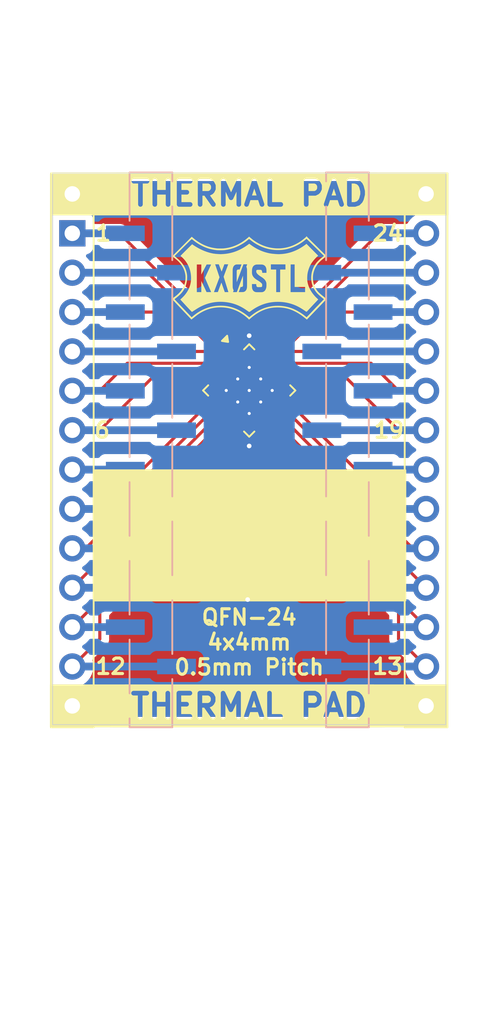
<source format=kicad_pcb>
(kicad_pcb (version 20241229) (generator "pcbnew") (generator_version "9.0")
  (layers (0 "F.Cu" signal) (2 "B.Cu" signal) (13 "F.Paste" user) (15 "B.Paste" user) (5 "F.SilkS" user "F.Silkscreen") (7 "B.SilkS" user "B.Silkscreen") (1 "F.Mask" user) (3 "B.Mask" user) (25 "Edge.Cuts" user))
  (net 0 "")
  (net 1 "/10")
  (net 2 "/3")
  (net 3 "/6")
  (net 4 "/8")
  (net 5 "/1")
  (net 6 "/7")
  (net 7 "/2")
  (net 8 "/24")
  (net 9 "/23")
  (net 10 "/19")
  (net 11 "/20")
  (net 12 "/18")
  (net 13 "/9")
  (net 14 "/14")
  (net 15 "/21")
  (net 16 "/16")
  (net 17 "/15")
  (net 18 "/25")
  (net 19 "/17")
  (net 20 "/5")
  (net 21 "/4")
  (net 22 "/13")
  (net 23 "/12")
  (net 24 "/11")
  (net 25 "/22")
  (footprint "Package_DFN_QFN:QFN-24-1EP_4x4mm_P0.5mm_EP2.6x2.6mm_ThermalVias" (layer "F.Cu") (at 123.19158 108.942018 -45)
    (property "Reference" "U101" (hide yes))
    (property "Value" "QFN-28")
    (pad "1" smd roundrect (at -2.2375 -1.25 315) (size 1.2 0.25) (layers "F.Cu" "F.Mask" "F.Paste") (net 5 "/1"))
    (pad "2" smd roundrect (at -2.237499 -0.75 315) (size 1.2 0.25) (layers "F.Cu" "F.Mask" "F.Paste") (net 7 "/2"))
    (pad "3" smd roundrect (at -2.2375 -0.25 315) (size 1.2 0.25) (layers "F.Cu" "F.Mask" "F.Paste") (net 2 "/3"))
    (pad "4" smd roundrect (at -2.2375 0.25 315) (size 1.2 0.25) (layers "F.Cu" "F.Mask" "F.Paste") (net 21 "/4"))
    (pad "5" smd roundrect (at -2.237499 0.75 315) (size 1.2 0.25) (layers "F.Cu" "F.Mask" "F.Paste") (net 20 "/5"))
    (pad "6" smd roundrect (at -2.2375 1.25 315) (size 1.2 0.25) (layers "F.Cu" "F.Mask" "F.Paste") (net 3 "/6"))
    (pad "7" smd roundrect (at -1.25 2.2375 315) (size 0.25 1.2) (layers "F.Cu" "F.Mask" "F.Paste") (net 6 "/7"))
    (pad "8" smd roundrect (at -0.75 2.237499 315) (size 0.25 1.2) (layers "F.Cu" "F.Mask" "F.Paste") (net 4 "/8"))
    (pad "9" smd roundrect (at -0.25 2.2375 315) (size 0.25 1.2) (layers "F.Cu" "F.Mask" "F.Paste") (net 13 "/9"))
    (pad "10" smd roundrect (at 0.25 2.2375 315) (size 0.25 1.2) (layers "F.Cu" "F.Mask" "F.Paste") (net 1 "/10"))
    (pad "11" smd roundrect (at 0.75 2.237499 315) (size 0.25 1.2) (layers "F.Cu" "F.Mask" "F.Paste") (net 24 "/11"))
    (pad "12" smd roundrect (at 1.25 2.2375 315) (size 0.25 1.2) (layers "F.Cu" "F.Mask" "F.Paste") (net 23 "/12"))
    (pad "13" smd roundrect (at 2.2375 1.25 315) (size 1.2 0.25) (layers "F.Cu" "F.Mask" "F.Paste") (net 22 "/13"))
    (pad "14" smd roundrect (at 2.237499 0.75 315) (size 1.2 0.25) (layers "F.Cu" "F.Mask" "F.Paste") (net 14 "/14"))
    (pad "15" smd roundrect (at 2.2375 0.25 315) (size 1.2 0.25) (layers "F.Cu" "F.Mask" "F.Paste") (net 17 "/15"))
    (pad "16" smd roundrect (at 2.2375 -0.25 315) (size 1.2 0.25) (layers "F.Cu" "F.Mask" "F.Paste") (net 16 "/16"))
    (pad "17" smd roundrect (at 2.237499 -0.75 315) (size 1.2 0.25) (layers "F.Cu" "F.Mask" "F.Paste") (net 19 "/17"))
    (pad "18" smd roundrect (at 2.2375 -1.25 315) (size 1.2 0.25) (layers "F.Cu" "F.Mask" "F.Paste") (net 12 "/18"))
    (pad "19" smd roundrect (at 1.25 -2.2375 315) (size 0.25 1.2) (layers "F.Cu" "F.Mask" "F.Paste") (net 10 "/19"))
    (pad "20" smd roundrect (at 0.75 -2.237499 315) (size 0.25 1.2) (layers "F.Cu" "F.Mask" "F.Paste") (net 11 "/20"))
    (pad "21" smd roundrect (at 0.25 -2.2375 315) (size 0.25 1.2) (layers "F.Cu" "F.Mask" "F.Paste") (net 15 "/21"))
    (pad "22" smd roundrect (at -0.25 -2.2375 315) (size 0.25 1.2) (layers "F.Cu" "F.Mask" "F.Paste") (net 25 "/22"))
    (pad "23" smd roundrect (at -0.75 -2.237499 315) (size 0.25 1.2) (layers "F.Cu" "F.Mask" "F.Paste") (net 9 "/23"))
    (pad "24" smd roundrect (at -1.25 -2.2375 315) (size 0.25 1.2) (layers "F.Cu" "F.Mask" "F.Paste") (net 8 "/24"))
    (pad "25" thru_hole circle (at -1.05 -1.05 315) (size 0.5 0.5) (drill 0.2) (property pad_prop_heatsink) (layers "*.Cu") (net 18 "/25"))
    (pad "25" thru_hole circle (at -1.05 0 315) (size 0.5 0.5) (drill 0.2) (property pad_prop_heatsink) (layers "*.Cu") (net 18 "/25"))
    (pad "25" thru_hole circle (at -1.05 1.05 315) (size 0.5 0.5) (drill 0.2) (property pad_prop_heatsink) (layers "*.Cu") (net 18 "/25"))
    (pad "25" thru_hole circle (at 0 -1.05 315) (size 0.5 0.5) (drill 0.2) (property pad_prop_heatsink) (layers "*.Cu") (net 18 "/25"))
    (pad "25" thru_hole circle (at 0 0 315) (size 0.5 0.5) (drill 0.2) (property pad_prop_heatsink) (layers "*.Cu") (net 18 "/25"))
    (pad "25" smd rect (at 0 0 315) (size 2.6 2.6) (property pad_prop_heatsink) (layers "F.Cu" "F.Mask") (net 18 "/25"))
    (pad "25" smd rect (at 0 0 315) (size 2.6 2.6) (property pad_prop_heatsink) (layers "B.Cu") (net 18 "/25"))
    (pad "25" thru_hole circle (at 0 1.05 315) (size 0.5 0.5) (drill 0.2) (property pad_prop_heatsink) (layers "*.Cu") (net 18 "/25"))
    (pad "25" thru_hole circle (at 1.05 -1.05 315) (size 0.5 0.5) (drill 0.2) (property pad_prop_heatsink) (layers "*.Cu") (net 18 "/25"))
    (pad "25" thru_hole circle (at 1.05 0 315) (size 0.5 0.5) (drill 0.2) (property pad_prop_heatsink) (layers "*.Cu") (net 18 "/25"))
    (pad "25" thru_hole circle (at 1.05 1.05 315) (size 0.5 0.5) (drill 0.2) (property pad_prop_heatsink) (layers "*.Cu") (net 18 "/25"))
  )
  (footprint "libraries:Logo_10mm_inv" (layer "F.Cu") (at 123.19 101.687806)
    (property "Reference" "G***" (hide yes))
    (property "Value" "LOGO" (hide yes))
  )
  (footprint "Connector_PinHeader_2.54mm:PinHeader_1x14_P2.54mm_Vertical" (layer "F.Cu") (at 111.76 96.266)
    (property "Reference" "J101" (hide yes))
    (property "Value" "Conn_01x26")
    (pad "1" thru_hole circle (at 0 0) (size 1.7 1.7) (drill 1) (layers "*.Cu" "*.Mask") (net 18 "/25"))
    (pad "2" thru_hole rect (at 0 2.54) (size 1.7 1.7) (drill 1) (layers "*.Cu" "*.Mask") (net 5 "/1"))
    (pad "3" thru_hole circle (at 0 5.08) (size 1.7 1.7) (drill 1) (layers "*.Cu" "*.Mask") (net 7 "/2"))
    (pad "4" thru_hole circle (at 0 7.62) (size 1.7 1.7) (drill 1) (layers "*.Cu" "*.Mask") (net 2 "/3"))
    (pad "5" thru_hole circle (at 0 10.16) (size 1.7 1.7) (drill 1) (layers "*.Cu" "*.Mask") (net 21 "/4"))
    (pad "6" thru_hole circle (at 0 12.7) (size 1.7 1.7) (drill 1) (layers "*.Cu" "*.Mask") (net 20 "/5"))
    (pad "7" thru_hole circle (at 0 15.24) (size 1.7 1.7) (drill 1) (layers "*.Cu" "*.Mask") (net 3 "/6"))
    (pad "8" thru_hole circle (at 0 17.78) (size 1.7 1.7) (drill 1) (layers "*.Cu" "*.Mask") (net 6 "/7"))
    (pad "9" thru_hole circle (at 0 20.32) (size 1.7 1.7) (drill 1) (layers "*.Cu" "*.Mask") (net 4 "/8"))
    (pad "10" thru_hole circle (at 0 22.86) (size 1.7 1.7) (drill 1) (layers "*.Cu" "*.Mask") (net 13 "/9"))
    (pad "11" thru_hole circle (at 0 25.4) (size 1.7 1.7) (drill 1) (layers "*.Cu" "*.Mask") (net 1 "/10"))
    (pad "12" thru_hole circle (at 0 27.94) (size 1.7 1.7) (drill 1) (layers "*.Cu" "*.Mask") (net 24 "/11"))
    (pad "13" thru_hole circle (at 0 30.48) (size 1.7 1.7) (drill 1) (layers "*.Cu" "*.Mask") (net 23 "/12"))
    (pad "14" thru_hole circle (at 0 33.02) (size 1.7 1.7) (drill 1) (layers "*.Cu" "*.Mask") (net 18 "/25"))
  )
  (footprint "Connector_PinHeader_2.54mm:PinHeader_1x14_P2.54mm_Vertical" (layer "F.Cu") (at 134.62 96.266)
    (property "Reference" "J102" (hide yes))
    (property "Value" "Conn_01x26")
    (pad "1" thru_hole circle (at 0 0) (size 1.7 1.7) (drill 1) (layers "*.Cu" "*.Mask") (net 18 "/25"))
    (pad "2" thru_hole circle (at 0 2.54) (size 1.7 1.7) (drill 1) (layers "*.Cu" "*.Mask") (net 8 "/24"))
    (pad "3" thru_hole circle (at 0 5.08) (size 1.7 1.7) (drill 1) (layers "*.Cu" "*.Mask") (net 9 "/23"))
    (pad "4" thru_hole circle (at 0 7.62) (size 1.7 1.7) (drill 1) (layers "*.Cu" "*.Mask") (net 25 "/22"))
    (pad "5" thru_hole circle (at 0 10.16) (size 1.7 1.7) (drill 1) (layers "*.Cu" "*.Mask") (net 15 "/21"))
    (pad "6" thru_hole circle (at 0 12.7) (size 1.7 1.7) (drill 1) (layers "*.Cu" "*.Mask") (net 11 "/20"))
    (pad "7" thru_hole circle (at 0 15.24) (size 1.7 1.7) (drill 1) (layers "*.Cu" "*.Mask") (net 10 "/19"))
    (pad "8" thru_hole circle (at 0 17.78) (size 1.7 1.7) (drill 1) (layers "*.Cu" "*.Mask") (net 12 "/18"))
    (pad "9" thru_hole circle (at 0 20.32) (size 1.7 1.7) (drill 1) (layers "*.Cu" "*.Mask") (net 19 "/17"))
    (pad "10" thru_hole circle (at 0 22.86) (size 1.7 1.7) (drill 1) (layers "*.Cu" "*.Mask") (net 16 "/16"))
    (pad "11" thru_hole circle (at 0 25.4) (size 1.7 1.7) (drill 1) (layers "*.Cu" "*.Mask") (net 17 "/15"))
    (pad "12" thru_hole circle (at 0 27.94) (size 1.7 1.7) (drill 1) (layers "*.Cu" "*.Mask") (net 14 "/14"))
    (pad "13" thru_hole circle (at 0 30.48) (size 1.7 1.7) (drill 1) (layers "*.Cu" "*.Mask") (net 22 "/13"))
    (pad "14" thru_hole circle (at 0 33.02) (size 1.7 1.7) (drill 1) (layers "*.Cu" "*.Mask") (net 18 "/25"))
  )
  (footprint "Connector_PinHeader_2.54mm:PinHeader_1x14_P2.54mm_Vertical_SMD_Pin1Left" (layer "B.Cu") (at 116.84 112.776 180)
    (property "Reference" "J103" (hide yes))
    (property "Value" "Conn_01x26")
    (pad "1" smd rect (at -1.655 16.51 180) (size 2.51 1) (layers "B.Cu" "B.Mask" "B.Paste") (net 18 "/25"))
    (pad "2" smd rect (at 1.655 13.97 180) (size 2.51 1) (layers "B.Cu" "B.Mask" "B.Paste") (net 5 "/1"))
    (pad "3" smd rect (at -1.655 11.43 180) (size 2.51 1) (layers "B.Cu" "B.Mask" "B.Paste") (net 7 "/2"))
    (pad "4" smd rect (at 1.655 8.89 180) (size 2.51 1) (layers "B.Cu" "B.Mask" "B.Paste") (net 2 "/3"))
    (pad "5" smd rect (at -1.655 6.35 180) (size 2.51 1) (layers "B.Cu" "B.Mask" "B.Paste") (net 21 "/4"))
    (pad "6" smd rect (at 1.655 3.81 180) (size 2.51 1) (layers "B.Cu" "B.Mask" "B.Paste") (net 20 "/5"))
    (pad "7" smd rect (at -1.655 1.27 180) (size 2.51 1) (layers "B.Cu" "B.Mask" "B.Paste") (net 3 "/6"))
    (pad "8" smd rect (at 1.655 -1.27 180) (size 2.51 1) (layers "B.Cu" "B.Mask" "B.Paste") (net 6 "/7"))
    (pad "9" smd rect (at -1.655 -3.81 180) (size 2.51 1) (layers "B.Cu" "B.Mask" "B.Paste") (net 4 "/8"))
    (pad "10" smd rect (at 1.655 -6.35 180) (size 2.51 1) (layers "B.Cu" "B.Mask" "B.Paste") (net 13 "/9"))
    (pad "11" smd rect (at -1.655 -8.89 180) (size 2.51 1) (layers "B.Cu" "B.Mask" "B.Paste") (net 1 "/10"))
    (pad "12" smd rect (at 1.655 -11.43 180) (size 2.51 1) (layers "B.Cu" "B.Mask" "B.Paste") (net 24 "/11"))
    (pad "13" smd rect (at -1.655 -13.97 180) (size 2.51 1) (layers "B.Cu" "B.Mask" "B.Paste") (net 23 "/12"))
    (pad "14" smd rect (at 1.655 -16.51 180) (size 2.51 1) (layers "B.Cu" "B.Mask" "B.Paste") (net 18 "/25"))
  )
  (footprint "Connector_PinHeader_2.54mm:PinHeader_1x14_P2.54mm_Vertical_SMD_Pin1Right" (layer "B.Cu") (at 129.54 112.776 180)
    (property "Reference" "J104" (hide yes))
    (property "Value" "Conn_01x26")
    (pad "1" smd rect (at 1.655 16.51 180) (size 2.51 1) (layers "B.Cu" "B.Mask" "B.Paste") (net 18 "/25"))
    (pad "2" smd rect (at -1.655 13.97 180) (size 2.51 1) (layers "B.Cu" "B.Mask" "B.Paste") (net 8 "/24"))
    (pad "3" smd rect (at 1.655 11.43 180) (size 2.51 1) (layers "B.Cu" "B.Mask" "B.Paste") (net 9 "/23"))
    (pad "4" smd rect (at -1.655 8.89 180) (size 2.51 1) (layers "B.Cu" "B.Mask" "B.Paste") (net 25 "/22"))
    (pad "5" smd rect (at 1.655 6.35 180) (size 2.51 1) (layers "B.Cu" "B.Mask" "B.Paste") (net 15 "/21"))
    (pad "6" smd rect (at -1.655 3.81 180) (size 2.51 1) (layers "B.Cu" "B.Mask" "B.Paste") (net 11 "/20"))
    (pad "7" smd rect (at 1.655 1.27 180) (size 2.51 1) (layers "B.Cu" "B.Mask" "B.Paste") (net 10 "/19"))
    (pad "8" smd rect (at -1.655 -1.27 180) (size 2.51 1) (layers "B.Cu" "B.Mask" "B.Paste") (net 12 "/18"))
    (pad "9" smd rect (at 1.655 -3.81 180) (size 2.51 1) (layers "B.Cu" "B.Mask" "B.Paste") (net 19 "/17"))
    (pad "10" smd rect (at -1.655 -6.35 180) (size 2.51 1) (layers "B.Cu" "B.Mask" "B.Paste") (net 16 "/16"))
    (pad "11" smd rect (at 1.655 -8.89 180) (size 2.51 1) (layers "B.Cu" "B.Mask" "B.Paste") (net 17 "/15"))
    (pad "12" smd rect (at -1.655 -11.43 180) (size 2.51 1) (layers "B.Cu" "B.Mask" "B.Paste") (net 14 "/14"))
    (pad "13" smd rect (at 1.655 -13.97 180) (size 2.51 1) (layers "B.Cu" "B.Mask" "B.Paste") (net 22 "/13"))
    (pad "14" smd rect (at -1.655 -16.51 180) (size 2.51 1) (layers "B.Cu" "B.Mask" "B.Paste") (net 18 "/25"))
  )
  (gr_rect (start 110.363 127.952375) (end 115.443 130.619625) (stroke (width 0.1)) (fill yes) (layer "F.SilkS"))
  (gr_rect (start 115.14675 97.193225) (end 130.9455 97.599625) (stroke (width 0.1)) (fill yes) (layer "F.SilkS"))
  (gr_rect (start 130.8015 127.952375) (end 136 130.619625) (stroke (width 0.1)) (fill yes) (layer "F.SilkS"))
  (gr_rect (start 114.5625 94.932375) (end 131.50425 95.160975) (stroke (width 0.1)) (fill yes) (layer "F.SilkS"))
  (gr_rect (start 115.1805 127.952375) (end 131.23325 128.180725) (stroke (width 0.1)) (fill yes) (layer "F.SilkS"))
  (gr_rect (start 113.224164 114.081238) (end 133.290164 122.496698) (stroke (width 0.1)) (fill yes) (layer "F.SilkS"))
  (gr_rect (start 114.24075 130.213225) (end 131.9445 130.619625) (stroke (width 0.1)) (fill yes) (layer "F.SilkS"))
  (gr_rect (start 110.38 94.932375) (end 115.46 97.599625) (stroke (width 0.1)) (fill yes) (layer "F.SilkS"))
  (gr_rect (start 130.83125 94.932375) (end 136.017 97.599625) (stroke (width 0.1)) (fill yes) (layer "F.SilkS"))
  (gr_rect (start 110.49 94.93423) (end 135.89 130.49423) (stroke (width 0.05)) (fill no) (layer "Edge.Cuts"))
  (gr_text "24" (at 133.223 98.806 0) (layer "F.SilkS") (effects (font (size 1 1) (thickness 0.2) (bold yes)) (justify right)))
  (gr_text "12" (at 113.157 126.746 0) (layer "F.SilkS") (effects (font (size 1 1) (thickness 0.2) (bold yes)) (justify left)))
  (gr_text "6" (at 113.08 111.506 0) (layer "F.SilkS") (effects (font (size 1 1) (thickness 0.2) (bold yes)) (justify left)))
  (gr_text "QFN-24\n4x4mm\n0.5mm Pitch" (at 123.19 127.374247 0) (layer "F.SilkS") (effects (font (size 1 1) (thickness 0.2) (bold yes)) (justify bottom)))
  (gr_text "THERMAL PAD" (at 123.1815 129.286 0) (layer "F.SilkS" knockout) (effects (font (size 1.5 1.5) (thickness 0.3))))
  (gr_text "THERMAL PAD" (at 123.1985 96.266 0) (layer "F.SilkS" knockout) (effects (font (size 1.5 1.5) (thickness 0.3))))
  (gr_text "19" (at 133.31 111.506 0) (layer "F.SilkS") (effects (font (size 1 1) (thickness 0.2) (bold yes)) (justify right)))
  (gr_text "1" (at 113.157 98.806 0) (layer "F.SilkS") (effects (font (size 1 1) (thickness 0.2) (bold yes)) (justify left)))
  (gr_text "13" (at 133.223 126.746 0) (layer "F.SilkS") (effects (font (size 1 1) (thickness 0.2) (bold yes)) (justify right)))
  (segment (start 113.538 119.888) (end 111.76 121.666) (width 0.2) (layer "F.Cu") (net 1))
  (segment (start 121.762761 110.694689) (end 113.538 118.91945) (width 0.2) (layer "F.Cu") (net 1))
  (segment (start 113.538 118.91945) (end 113.538 119.888) (width 0.2) (layer "F.Cu") (net 1))
  (segment (start 118.495 121.666) (end 111.76 121.666) (width 0.5) (layer "B.Cu") (net 1))
  (segment (start 121.762761 107.176833) (end 118.471928 103.886) (width 0.2) (layer "F.Cu") (net 2))
  (segment (start 118.471928 103.886) (end 111.76 103.886) (width 0.2) (layer "F.Cu") (net 2))
  (segment (start 111.76 103.886) (end 115.185 103.886) (width 0.5) (layer "B.Cu") (net 2))
  (segment (start 113.538 111.506) (end 111.76 111.506) (width 0.2) (layer "F.Cu") (net 3))
  (segment (start 117.348 107.696) (end 113.538 111.506) (width 0.2) (layer "F.Cu") (net 3))
  (segment (start 120.160608 107.696) (end 117.348 107.696) (width 0.2) (layer "F.Cu") (net 3))
  (segment (start 120.702101 108.237493) (end 120.160608 107.696) (width 0.2) (layer "F.Cu") (net 3))
  (segment (start 118.495 111.506) (end 111.76 111.506) (width 0.5) (layer "B.Cu") (net 3))
  (segment (start 121.055655 109.987582) (end 114.457237 116.586) (width 0.2) (layer "F.Cu") (net 4))
  (segment (start 114.457237 116.586) (end 111.76 116.586) (width 0.2) (layer "F.Cu") (net 4))
  (segment (start 118.495 116.586) (end 111.76 116.586) (width 0.5) (layer "B.Cu") (net 4))
  (segment (start 114.806142 98.806) (end 111.76 98.806) (width 0.2) (layer "F.Cu") (net 5))
  (segment (start 122.469868 106.469726) (end 114.806142 98.806) (width 0.2) (layer "F.Cu") (net 5))
  (segment (start 111.76 98.806) (end 115.185 98.806) (width 0.5) (layer "B.Cu") (net 5))
  (segment (start 120.702101 109.634029) (end 116.29013 114.046) (width 0.2) (layer "F.Cu") (net 6))
  (segment (start 116.29013 114.046) (end 111.76 114.046) (width 0.2) (layer "F.Cu") (net 6))
  (segment (start 111.76 114.046) (end 115.185 114.046) (width 0.5) (layer "B.Cu") (net 6))
  (segment (start 116.639035 101.346) (end 111.76 101.346) (width 0.2) (layer "F.Cu") (net 7))
  (segment (start 122.116315 106.82328) (end 116.639035 101.346) (width 0.2) (layer "F.Cu") (net 7))
  (segment (start 118.495 101.346) (end 111.76 101.346) (width 0.5) (layer "B.Cu") (net 7))
  (segment (start 131.573858 98.806) (end 134.62 98.806) (width 0.2) (layer "F.Cu") (net 8))
  (segment (start 123.910132 106.469726) (end 131.573858 98.806) (width 0.2) (layer "F.Cu") (net 8))
  (segment (start 131.195 98.806) (end 134.62 98.806) (width 0.5) (layer "B.Cu") (net 8))
  (segment (start 124.263685 106.82328) (end 129.740965 101.346) (width 0.2) (layer "F.Cu") (net 9))
  (segment (start 129.740965 101.346) (end 134.62 101.346) (width 0.2) (layer "F.Cu") (net 9))
  (segment (start 127.885 101.346) (end 134.62 101.346) (width 0.5) (layer "B.Cu") (net 9))
  (segment (start 129.032 107.696) (end 132.842 111.506) (width 0.2) (layer "F.Cu") (net 10))
  (segment (start 126.219392 107.696) (end 129.032 107.696) (width 0.2) (layer "F.Cu") (net 10))
  (segment (start 132.842 111.506) (end 134.62 111.506) (width 0.2) (layer "F.Cu") (net 10))
  (segment (start 125.677899 108.237493) (end 126.219392 107.696) (width 0.2) (layer "F.Cu") (net 10))
  (segment (start 127.885 111.506) (end 134.62 111.506) (width 0.5) (layer "B.Cu") (net 10))
  (segment (start 131.064 107.188) (end 132.842 108.966) (width 0.2) (layer "F.Cu") (net 11))
  (segment (start 125.324345 107.88394) (end 126.020285 107.188) (width 0.2) (layer "F.Cu") (net 11))
  (segment (start 132.842 108.966) (end 134.62 108.966) (width 0.2) (layer "F.Cu") (net 11))
  (segment (start 126.020285 107.188) (end 131.064 107.188) (width 0.2) (layer "F.Cu") (net 11))
  (segment (start 131.195 108.966) (end 134.62 108.966) (width 0.5) (layer "B.Cu") (net 11))
  (segment (start 125.677899 109.634029) (end 130.08987 114.046) (width 0.2) (layer "F.Cu") (net 12))
  (segment (start 130.08987 114.046) (end 134.62 114.046) (width 0.2) (layer "F.Cu") (net 12))
  (segment (start 131.195 114.046) (end 134.62 114.046) (width 0.5) (layer "B.Cu") (net 12))
  (segment (start 112.624344 119.126) (end 111.76 119.126) (width 0.2) (layer "F.Cu") (net 13))
  (segment (start 121.409208 110.341136) (end 112.624344 119.126) (width 0.2) (layer "F.Cu") (net 13))
  (segment (start 111.76 119.126) (end 115.185 119.126) (width 0.5) (layer "B.Cu") (net 13))
  (segment (start 132.334 120.142) (end 132.842 120.65) (width 0.2) (layer "F.Cu") (net 14))
  (segment (start 132.334 119.118557) (end 132.334 120.142) (width 0.2) (layer "F.Cu") (net 14))
  (segment (start 124.263685 111.048242) (end 132.334 119.118557) (width 0.2) (layer "F.Cu") (net 14))
  (segment (start 132.842 122.428) (end 134.62 124.206) (width 0.2) (layer "F.Cu") (net 14))
  (segment (start 132.842 120.65) (end 132.842 122.428) (width 0.2) (layer "F.Cu") (net 14))
  (segment (start 131.195 124.206) (end 134.62 124.206) (width 0.5) (layer "B.Cu") (net 14))
  (segment (start 126.075178 106.426) (end 134.62 106.426) (width 0.2) (layer "F.Cu") (net 15))
  (segment (start 124.970792 107.530386) (end 126.075178 106.426) (width 0.2) (layer "F.Cu") (net 15))
  (segment (start 127.885 106.426) (end 134.62 106.426) (width 0.5) (layer "B.Cu") (net 15))
  (segment (start 133.755656 119.126) (end 134.62 119.126) (width 0.2) (layer "F.Cu") (net 16))
  (segment (start 124.970792 110.341136) (end 133.755656 119.126) (width 0.2) (layer "F.Cu") (net 16))
  (segment (start 131.195 119.126) (end 134.62 119.126) (width 0.5) (layer "B.Cu") (net 16))
  (segment (start 132.842 118.91945) (end 132.842 119.888) (width 0.2) (layer "F.Cu") (net 17))
  (segment (start 132.842 119.888) (end 134.62 121.666) (width 0.2) (layer "F.Cu") (net 17))
  (segment (start 124.617239 110.694689) (end 132.842 118.91945) (width 0.2) (layer "F.Cu") (net 17))
  (segment (start 127.885 121.666) (end 134.62 121.666) (width 0.5) (layer "B.Cu") (net 17))
  (via (at 123.092625 122.428) (size 0.6) (drill 0.3) (layers "F.Cu" "B.Cu") (net 18))
  (via (at 123.19 105.41) (size 0.6) (drill 0.3) (layers "F.Cu" "B.Cu") (net 18))
  (via (at 123.19 112.522) (size 0.6) (drill 0.3) (layers "F.Cu" "B.Cu") (net 18))
  (segment (start 111.76 96.266) (end 118.495 96.266) (width 0.5) (layer "B.Cu") (net 18))
  (segment (start 131.195 129.286) (end 134.62 129.286) (width 0.5) (layer "B.Cu") (net 18))
  (segment (start 118.495 96.266) (end 134.62 96.266) (width 0.5) (layer "B.Cu") (net 18))
  (segment (start 111.76 129.286) (end 115.185 129.286) (width 0.5) (layer "B.Cu") (net 18))
  (segment (start 131.922763 116.586) (end 134.62 116.586) (width 0.2) (layer "F.Cu") (net 19))
  (segment (start 125.324345 109.987582) (end 131.922763 116.586) (width 0.2) (layer "F.Cu") (net 19))
  (segment (start 127.885 116.586) (end 134.62 116.586) (width 0.5) (layer "B.Cu") (net 19))
  (segment (start 120.359715 107.188) (end 115.316 107.188) (width 0.2) (layer "F.Cu") (net 20))
  (segment (start 121.055655 107.88394) (end 120.359715 107.188) (width 0.2) (layer "F.Cu") (net 20))
  (segment (start 115.316 107.188) (end 113.538 108.966) (width 0.2) (layer "F.Cu") (net 20))
  (segment (start 113.538 108.966) (end 111.76 108.966) (width 0.2) (layer "F.Cu") (net 20))
  (segment (start 111.76 108.966) (end 115.185 108.966) (width 0.5) (layer "B.Cu") (net 20))
  (segment (start 120.304822 106.426) (end 111.76 106.426) (width 0.2) (layer "F.Cu") (net 21))
  (segment (start 121.409208 107.530386) (end 120.304822 106.426) (width 0.2) (layer "F.Cu") (net 21))
  (segment (start 118.495 106.426) (end 111.76 106.426) (width 0.5) (layer "B.Cu") (net 21))
  (segment (start 131.826 119.317664) (end 131.826 120.396) (width 0.2) (layer "F.Cu") (net 22))
  (segment (start 131.826 120.396) (end 132.334 120.904) (width 0.2) (layer "F.Cu") (net 22))
  (segment (start 132.334 120.904) (end 132.334 122.682) (width 0.2) (layer "F.Cu") (net 22))
  (segment (start 132.842 124.968) (end 134.62 126.746) (width 0.2) (layer "F.Cu") (net 22))
  (segment (start 123.910132 111.401796) (end 131.826 119.317664) (width 0.2) (layer "F.Cu") (net 22))
  (segment (start 132.842 123.19) (end 132.842 124.968) (width 0.2) (layer "F.Cu") (net 22))
  (segment (start 132.334 122.682) (end 132.842 123.19) (width 0.2) (layer "F.Cu") (net 22))
  (segment (start 127.885 126.746) (end 134.62 126.746) (width 0.5) (layer "B.Cu") (net 22))
  (segment (start 114.046 122.682) (end 113.538 123.19) (width 0.2) (layer "F.Cu") (net 23))
  (segment (start 113.538 123.19) (end 113.538 124.968) (width 0.2) (layer "F.Cu") (net 23))
  (segment (start 114.046 120.904) (end 114.046 122.682) (width 0.2) (layer "F.Cu") (net 23))
  (segment (start 114.554 120.396) (end 114.046 120.904) (width 0.2) (layer "F.Cu") (net 23))
  (segment (start 114.554 119.317664) (end 114.554 120.396) (width 0.2) (layer "F.Cu") (net 23))
  (segment (start 122.469868 111.401796) (end 114.554 119.317664) (width 0.2) (layer "F.Cu") (net 23))
  (segment (start 113.538 124.968) (end 111.76 126.746) (width 0.2) (layer "F.Cu") (net 23))
  (segment (start 118.495 126.746) (end 111.76 126.746) (width 0.5) (layer "B.Cu") (net 23))
  (segment (start 114.046 120.142) (end 113.538 120.65) (width 0.2) (layer "F.Cu") (net 24))
  (segment (start 114.046 119.118557) (end 114.046 120.142) (width 0.2) (layer "F.Cu") (net 24))
  (segment (start 122.116315 111.048242) (end 114.046 119.118557) (width 0.2) (layer "F.Cu") (net 24))
  (segment (start 113.538 120.65) (end 113.538 122.428) (width 0.2) (layer "F.Cu") (net 24))
  (segment (start 113.538 122.428) (end 111.76 124.206) (width 0.2) (layer "F.Cu") (net 24))
  (segment (start 111.76 124.206) (end 115.185 124.206) (width 0.5) (layer "B.Cu") (net 24))
  (segment (start 124.617239 107.176833) (end 127.908072 103.886) (width 0.2) (layer "F.Cu") (net 25))
  (segment (start 127.908072 103.886) (end 134.62 103.886) (width 0.2) (layer "F.Cu") (net 25))
  (segment (start 131.195 103.886) (end 134.62 103.886) (width 0.5) (layer "B.Cu") (net 25))
  (zone (net 18) (net_name "/25") (layers "F.Cu" "B.Cu") (priority 1) (connect_pads yes (clearance 0.5)) (min_thickness 0.25) (fill yes (thermal_gap 0.5) (thermal_bridge_width 0.5))
    (polygon (pts (xy 110.49 83.75823) (xy 135.89 83.75823) (xy 135.89 149.79823) (xy 110.49 149.79823)))
  )
)
</source>
